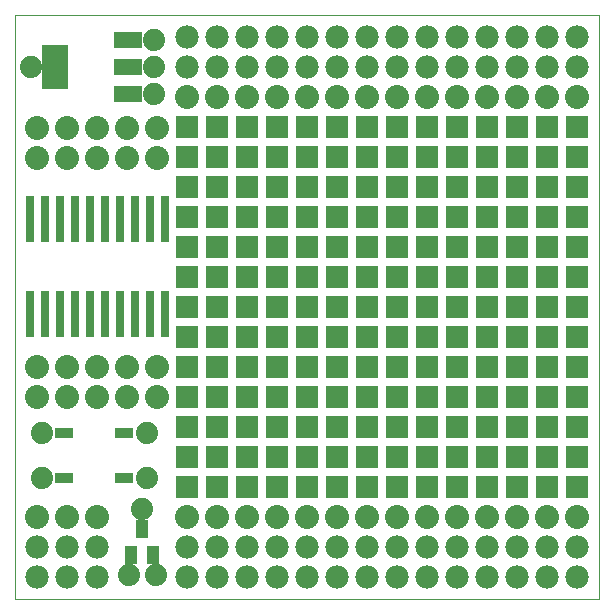
<source format=gts>
G75*
G70*
%OFA0B0*%
%FSLAX24Y24*%
%IPPOS*%
%LPD*%
%AMOC8*
5,1,8,0,0,1.08239X$1,22.5*
%
%ADD10C,0.0000*%
%ADD11C,0.0780*%
%ADD12R,0.0276X0.1575*%
%ADD13R,0.0920X0.0520*%
%ADD14R,0.0906X0.1457*%
%ADD15R,0.0434X0.0591*%
%ADD16R,0.0640X0.0340*%
%ADD17C,0.0800*%
%ADD18R,0.0740X0.0740*%
%ADD19C,0.0740*%
D10*
X000645Y000806D02*
X000645Y020301D01*
X020130Y020291D01*
X020130Y000806D01*
X000645Y000806D01*
D11*
X001395Y001556D03*
X002395Y001556D03*
X003395Y001556D03*
X003395Y002556D03*
X002395Y002556D03*
X001395Y002556D03*
X006395Y002556D03*
X006395Y001556D03*
X007395Y001556D03*
X008395Y001556D03*
X009395Y001556D03*
X010395Y001556D03*
X011395Y001556D03*
X012395Y001556D03*
X013395Y001556D03*
X014395Y001556D03*
X015395Y001556D03*
X016395Y001556D03*
X017395Y001556D03*
X018395Y001556D03*
X019395Y001556D03*
X019395Y002556D03*
X018395Y002556D03*
X017395Y002556D03*
X016395Y002556D03*
X015395Y002556D03*
X014395Y002556D03*
X013395Y002556D03*
X012395Y002556D03*
X011395Y002556D03*
X010395Y002556D03*
X009395Y002556D03*
X008395Y002556D03*
X007395Y002556D03*
X007395Y018556D03*
X006395Y018556D03*
X006395Y019556D03*
X007395Y019556D03*
X008395Y019556D03*
X008395Y018556D03*
X009395Y018556D03*
X010395Y018556D03*
X011395Y018556D03*
X012395Y018556D03*
X013395Y018556D03*
X014395Y018556D03*
X015395Y018556D03*
X016395Y018556D03*
X017395Y018556D03*
X018395Y018556D03*
X019395Y018556D03*
X019395Y019556D03*
X018395Y019556D03*
X017395Y019556D03*
X016395Y019556D03*
X015395Y019556D03*
X014395Y019556D03*
X013395Y019556D03*
X012395Y019556D03*
X011395Y019556D03*
X010395Y019556D03*
X009395Y019556D03*
D12*
X005645Y013481D03*
X005145Y013481D03*
X004645Y013481D03*
X004145Y013481D03*
X003645Y013481D03*
X003145Y013481D03*
X002645Y013481D03*
X002145Y013481D03*
X001645Y013481D03*
X001145Y013481D03*
X001145Y010331D03*
X001645Y010331D03*
X002145Y010331D03*
X002645Y010331D03*
X003145Y010331D03*
X003645Y010331D03*
X004145Y010331D03*
X004645Y010331D03*
X005145Y010331D03*
X005645Y010331D03*
D13*
X004415Y017646D03*
X004415Y018556D03*
X004415Y019466D03*
D14*
X001975Y018556D03*
D15*
X004895Y003139D03*
X004521Y002273D03*
X005269Y002273D03*
D16*
X004295Y004856D03*
X004295Y006356D03*
X002295Y006356D03*
X002295Y004856D03*
D17*
X002395Y003556D03*
X001395Y003556D03*
X003395Y003556D03*
X006395Y003556D03*
X007395Y003556D03*
X008395Y003556D03*
X009395Y003556D03*
X010395Y003556D03*
X011395Y003556D03*
X012395Y003556D03*
X013395Y003556D03*
X014395Y003556D03*
X015395Y003556D03*
X016395Y003556D03*
X017395Y003556D03*
X018395Y003556D03*
X019395Y003556D03*
X019395Y017556D03*
X018395Y017556D03*
X017395Y017556D03*
X016395Y017556D03*
X015395Y017556D03*
X014395Y017556D03*
X013395Y017556D03*
X012395Y017556D03*
X011395Y017556D03*
X010395Y017556D03*
X009395Y017556D03*
X008395Y017556D03*
X007395Y017556D03*
X006395Y017556D03*
X005395Y016506D03*
X005395Y015506D03*
X004395Y015506D03*
X003395Y015506D03*
X002395Y015506D03*
X001395Y015506D03*
X001395Y016506D03*
X002395Y016506D03*
X003395Y016506D03*
X004395Y016506D03*
X004395Y008556D03*
X004395Y007556D03*
X003395Y007556D03*
X002395Y007556D03*
X001395Y007556D03*
X001395Y008556D03*
X002395Y008556D03*
X003395Y008556D03*
X005395Y008556D03*
X005395Y007556D03*
D18*
X006395Y007556D03*
X006395Y006556D03*
X006395Y005556D03*
X006395Y004556D03*
X007395Y004556D03*
X008395Y004556D03*
X009395Y004556D03*
X010395Y004556D03*
X011395Y004556D03*
X012395Y004556D03*
X013395Y004556D03*
X014395Y004556D03*
X015395Y004556D03*
X016395Y004556D03*
X017395Y004556D03*
X018395Y004556D03*
X019395Y004556D03*
X019395Y005556D03*
X018395Y005556D03*
X017395Y005556D03*
X016395Y005556D03*
X015395Y005556D03*
X014395Y005556D03*
X013395Y005556D03*
X012395Y005556D03*
X011395Y005556D03*
X010395Y005556D03*
X009395Y005556D03*
X008395Y005556D03*
X007395Y005556D03*
X007395Y006556D03*
X007395Y007556D03*
X008395Y007556D03*
X008395Y006556D03*
X009395Y006556D03*
X009395Y007556D03*
X010395Y007556D03*
X010395Y006556D03*
X011395Y006556D03*
X011395Y007556D03*
X012395Y007556D03*
X012395Y006556D03*
X013395Y006556D03*
X014395Y006556D03*
X014395Y007556D03*
X013395Y007556D03*
X013395Y008556D03*
X014395Y008556D03*
X015395Y008556D03*
X015395Y007556D03*
X015395Y006556D03*
X016395Y006556D03*
X016395Y007556D03*
X017395Y007556D03*
X017395Y006556D03*
X018395Y006556D03*
X018395Y007556D03*
X019395Y007556D03*
X019395Y006556D03*
X019395Y008556D03*
X018395Y008556D03*
X017395Y008556D03*
X016395Y008556D03*
X016395Y009556D03*
X016395Y010556D03*
X015395Y010556D03*
X015395Y009556D03*
X014395Y009556D03*
X013395Y009556D03*
X013395Y010556D03*
X014395Y010556D03*
X014395Y011556D03*
X013395Y011556D03*
X012395Y011556D03*
X012395Y010556D03*
X012395Y009556D03*
X012395Y008556D03*
X011395Y008556D03*
X010395Y008556D03*
X009395Y008556D03*
X008395Y008556D03*
X007395Y008556D03*
X006395Y008556D03*
X006395Y009556D03*
X006395Y010556D03*
X007395Y010556D03*
X007395Y009556D03*
X008395Y009556D03*
X008395Y010556D03*
X009395Y010556D03*
X009395Y009556D03*
X010395Y009556D03*
X010395Y010556D03*
X011395Y010556D03*
X011395Y009556D03*
X011395Y011556D03*
X010395Y011556D03*
X009395Y011556D03*
X008395Y011556D03*
X007395Y011556D03*
X006395Y011556D03*
X006395Y012556D03*
X007395Y012556D03*
X008395Y012556D03*
X009395Y012556D03*
X010395Y012556D03*
X011395Y012556D03*
X012395Y012556D03*
X013395Y012556D03*
X014395Y012556D03*
X015395Y012556D03*
X015395Y011556D03*
X016395Y011556D03*
X017395Y011556D03*
X017395Y010556D03*
X017395Y009556D03*
X018395Y009556D03*
X018395Y010556D03*
X019395Y010556D03*
X019395Y009556D03*
X019395Y011556D03*
X018395Y011556D03*
X018395Y012556D03*
X017395Y012556D03*
X016395Y012556D03*
X016395Y013556D03*
X016395Y014556D03*
X015395Y014556D03*
X015395Y013556D03*
X014395Y013556D03*
X013395Y013556D03*
X013395Y014556D03*
X014395Y014556D03*
X014395Y015556D03*
X013395Y015556D03*
X012395Y015556D03*
X012395Y014556D03*
X012395Y013556D03*
X011395Y013556D03*
X011395Y014556D03*
X010395Y014556D03*
X010395Y013556D03*
X009395Y013556D03*
X009395Y014556D03*
X008395Y014556D03*
X008395Y013556D03*
X007395Y013556D03*
X007395Y014556D03*
X006395Y014556D03*
X006395Y013556D03*
X006395Y015556D03*
X007395Y015556D03*
X008395Y015556D03*
X009395Y015556D03*
X010395Y015556D03*
X011395Y015556D03*
X011395Y016556D03*
X010395Y016556D03*
X009395Y016556D03*
X008395Y016556D03*
X007395Y016556D03*
X006395Y016556D03*
X012395Y016556D03*
X013395Y016556D03*
X014395Y016556D03*
X015395Y016556D03*
X015395Y015556D03*
X016395Y015556D03*
X017395Y015556D03*
X017395Y014556D03*
X017395Y013556D03*
X018395Y013556D03*
X018395Y014556D03*
X019395Y014556D03*
X019395Y013556D03*
X019395Y012556D03*
X019395Y015556D03*
X018395Y015556D03*
X018395Y016556D03*
X017395Y016556D03*
X016395Y016556D03*
X019395Y016556D03*
D19*
X005295Y017656D03*
X005295Y018556D03*
X005295Y019456D03*
X001195Y018556D03*
X001545Y006356D03*
X001545Y004856D03*
X004445Y001606D03*
X005345Y001606D03*
X004895Y003806D03*
X005045Y004856D03*
X005045Y006356D03*
M02*

</source>
